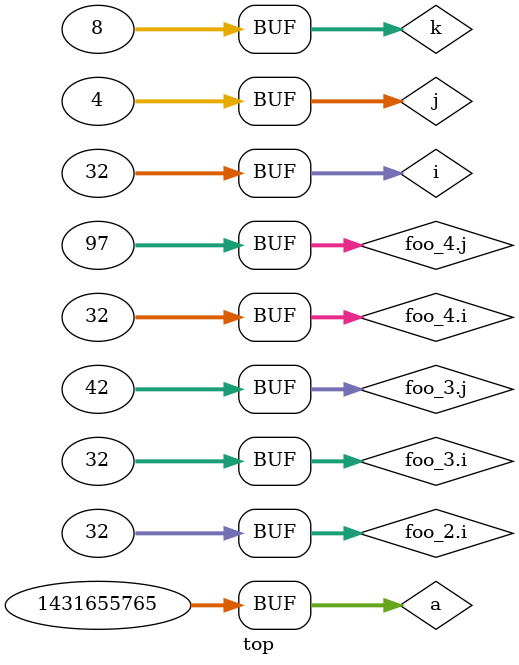
<source format=v>
module top;

    wire [0:31] a;
    generate
        genvar n;
        for (n = 0; n < 32; n = n + 1) begin : gen_filter
            assign a[n] = n & 1;
        end
    endgenerate

    integer i;
    initial begin : foo_1
        for (i = 0; i < 32; i = i + 1)
            $display("1: ", a[i]);
    end

    initial begin : foo_2
        integer i;
        for (i = 0; i < 32; i = i + 1)
            $display("2: ", ~a[i]);
    end

    initial begin : foo_3
        integer i;
        integer j;
        j = 42;
        for (i = 0; i < 32; i = i + 1)
            $display("3: ", ~a[i] + 5, " j=", j);
    end

    initial begin : foo_4
        integer i, j;
        j = 97;
        for (i = 0; i < 32; i = i + 1)
            $display("4: ", ~a[i] + 10, " j=", j);
    end

    integer j, k;
    initial begin
        for (j = 0; j < 4; j++)
            for (k = 0; k < 8; k++)
                $display("5: ", ~a[j * 8 + k] + 11);
    end

endmodule

</source>
